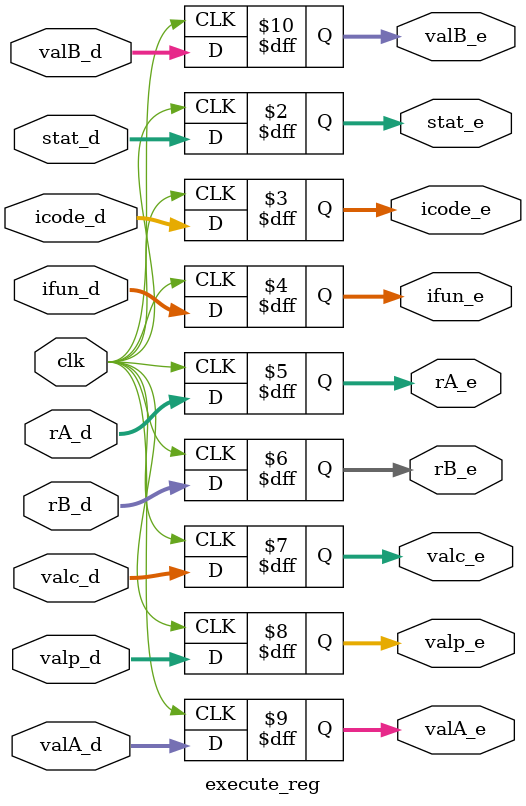
<source format=v>
module execute_reg(clk,stat_d,icode_d,ifun_d,valc_d,valp_d,valA_d,valB_d,rA_d,rB_d,stat_e,icode_e,ifun_e,valA_e,valB_e,rA_e,rB_e,valp_e,valc_e);
input clk;
input [2:0]stat_d;
input [3:0]icode_d;
input [3:0]ifun_d;
input [3:0]rA_d;
input [3:0]rB_d;
input [63:0]valA_d;
input [63:0]valB_d;
input [63:0]valc_d;
input [63:0]valp_d;
output reg[2:0]stat_e;
output reg[3:0]icode_e;
output reg[3:0]ifun_e;
output reg[3:0]rA_e;
output reg [3:0]rB_e;
output reg[63:0]valc_e;
output reg[63:0]valp_e;
output reg[63:0]valA_e;
output reg [63:0]valB_e;

always @(posedge clk) begin

    stat_e <= stat_d;
    icode_e <= icode_d;
    ifun_e <= ifun_d;
    rA_e <= rA_d;
    rB_e <= rB_d;
    valc_e <= valc_d;
    valp_e <= valp_d;
    valA_e <= valA_d;
    valB_e <= valB_d;
end
endmodule


</source>
